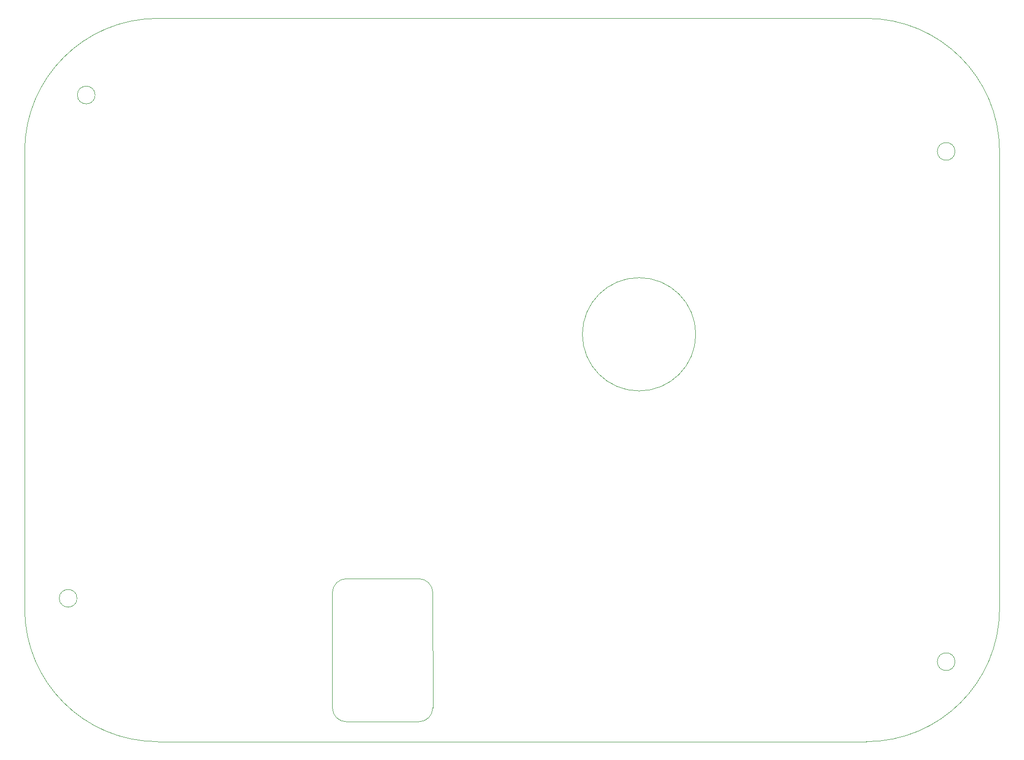
<source format=gm1>
G04 #@! TF.GenerationSoftware,KiCad,Pcbnew,(5.1.6)-1*
G04 #@! TF.CreationDate,2021-04-18T21:34:56+02:00*
G04 #@! TF.ProjectId,eduRov_motherboard,65647552-6f76-45f6-9d6f-74686572626f,rev?*
G04 #@! TF.SameCoordinates,Original*
G04 #@! TF.FileFunction,Profile,NP*
%FSLAX46Y46*%
G04 Gerber Fmt 4.6, Leading zero omitted, Abs format (unit mm)*
G04 Created by KiCad (PCBNEW (5.1.6)-1) date 2021-04-18 21:34:56*
%MOMM*%
%LPD*%
G01*
G04 APERTURE LIST*
G04 #@! TA.AperFunction,Profile*
%ADD10C,0.100000*%
G04 #@! TD*
G04 APERTURE END LIST*
D10*
X55830000Y-55880000D02*
X55830000Y-134620000D01*
X123633665Y-129475665D02*
G75*
G02*
X126047500Y-131889500I0J-2413835D01*
G01*
X108774665Y-131890335D02*
G75*
G02*
X111188500Y-129476500I2413835J0D01*
G01*
X111189335Y-154115335D02*
G75*
G02*
X108775500Y-151701500I0J2413835D01*
G01*
X126048335Y-151700665D02*
G75*
G02*
X123634500Y-154114500I-2413835J0D01*
G01*
X111188500Y-154114500D02*
X123634500Y-154114500D01*
X108774665Y-131890335D02*
X108775500Y-151701500D01*
X123633665Y-129475665D02*
X111188500Y-129476500D01*
X126048335Y-151700665D02*
X126047500Y-131889500D01*
X78740000Y-157530000D02*
X200660000Y-157530000D01*
X200660000Y-32970000D02*
X78740000Y-32970000D01*
X223570000Y-134620000D02*
X223570000Y-55880000D01*
X55830000Y-55880000D02*
G75*
G02*
X78740000Y-32970000I22910000J0D01*
G01*
X78740000Y-157530000D02*
G75*
G02*
X55830000Y-134620000I0J22910000D01*
G01*
X223570000Y-134620000D02*
G75*
G02*
X200660000Y-157530000I-22910000J0D01*
G01*
X200660000Y-32970000D02*
G75*
G02*
X223570000Y-55880000I0J-22910000D01*
G01*
X171298270Y-87376000D02*
G75*
G03*
X171298270Y-87376000I-9754270J0D01*
G01*
X215900000Y-55880000D02*
G75*
G03*
X215900000Y-55880000I-1524000J0D01*
G01*
X67945000Y-46164500D02*
G75*
G03*
X67945000Y-46164500I-1524000J0D01*
G01*
X215900000Y-143764000D02*
G75*
G03*
X215900000Y-143764000I-1524000J0D01*
G01*
X64833500Y-132842000D02*
G75*
G03*
X64833500Y-132842000I-1524000J0D01*
G01*
M02*

</source>
